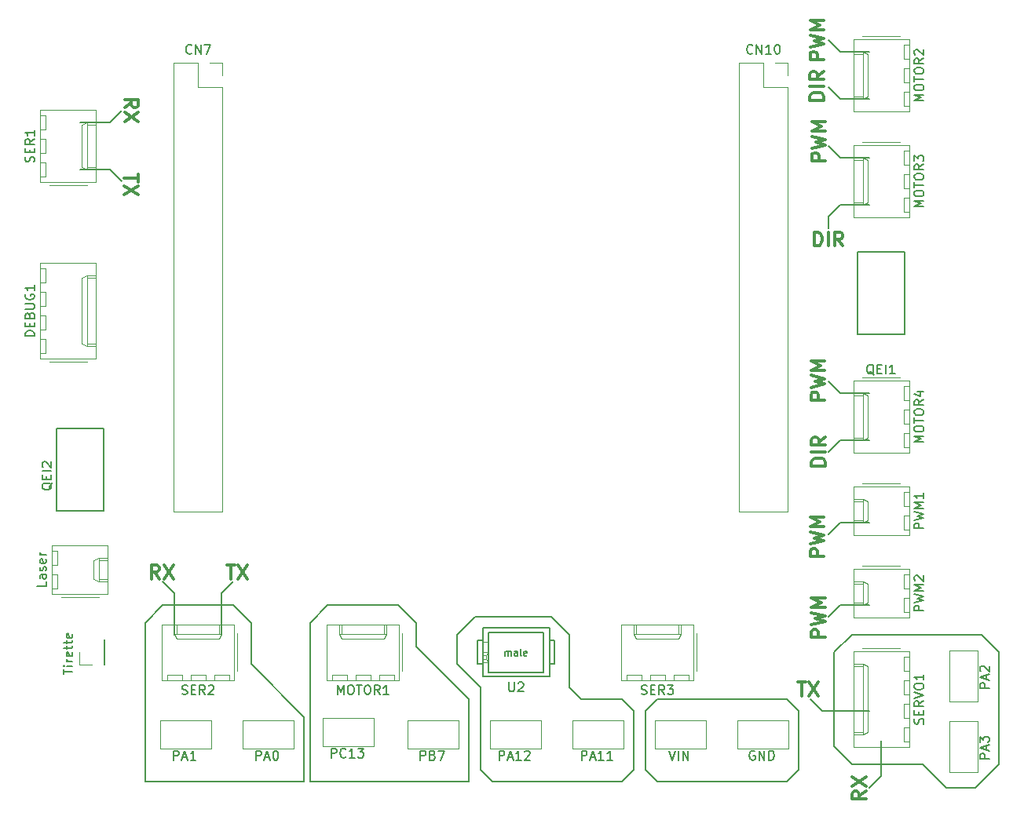
<source format=gto>
G04 #@! TF.GenerationSoftware,KiCad,Pcbnew,5.0.0-rc1-44a33f2~62~ubuntu16.04.1*
G04 #@! TF.CreationDate,2018-05-19T12:26:42+02:00*
G04 #@! TF.ProjectId,shield2018,736869656C64323031382E6B69636164,1.0*
G04 #@! TF.SameCoordinates,Original*
G04 #@! TF.FileFunction,Legend,Top*
G04 #@! TF.FilePolarity,Positive*
%FSLAX46Y46*%
G04 Gerber Fmt 4.6, Leading zero omitted, Abs format (unit mm)*
G04 Created by KiCad (PCBNEW 5.0.0-rc1-44a33f2~62~ubuntu16.04.1) date Sat May 19 12:26:42 2018*
%MOMM*%
%LPD*%
G01*
G04 APERTURE LIST*
%ADD10C,0.300000*%
%ADD11C,0.200000*%
%ADD12C,0.120000*%
%ADD13C,0.100000*%
%ADD14C,0.150000*%
%ADD15C,0.187500*%
G04 APERTURE END LIST*
D10*
X145128571Y-124680000D02*
X143628571Y-124680000D01*
X143628571Y-124322857D01*
X143700000Y-124108571D01*
X143842857Y-123965714D01*
X143985714Y-123894285D01*
X144271428Y-123822857D01*
X144485714Y-123822857D01*
X144771428Y-123894285D01*
X144914285Y-123965714D01*
X145057142Y-124108571D01*
X145128571Y-124322857D01*
X145128571Y-124680000D01*
X145128571Y-123180000D02*
X143628571Y-123180000D01*
X145128571Y-121608571D02*
X144414285Y-122108571D01*
X145128571Y-122465714D02*
X143628571Y-122465714D01*
X143628571Y-121894285D01*
X143700000Y-121751428D01*
X143771428Y-121680000D01*
X143914285Y-121608571D01*
X144128571Y-121608571D01*
X144271428Y-121680000D01*
X144342857Y-121751428D01*
X144414285Y-121894285D01*
X144414285Y-122465714D01*
X145068571Y-117567142D02*
X143568571Y-117567142D01*
X143568571Y-116995714D01*
X143640000Y-116852857D01*
X143711428Y-116781428D01*
X143854285Y-116710000D01*
X144068571Y-116710000D01*
X144211428Y-116781428D01*
X144282857Y-116852857D01*
X144354285Y-116995714D01*
X144354285Y-117567142D01*
X143568571Y-116210000D02*
X145068571Y-115852857D01*
X143997142Y-115567142D01*
X145068571Y-115281428D01*
X143568571Y-114924285D01*
X145068571Y-114352857D02*
X143568571Y-114352857D01*
X144640000Y-113852857D01*
X143568571Y-113352857D01*
X145068571Y-113352857D01*
D11*
X146685000Y-121920000D02*
X145415000Y-123190000D01*
X149860000Y-121920000D02*
X146685000Y-121920000D01*
X146685000Y-116840000D02*
X145415000Y-115570000D01*
X149860000Y-116840000D02*
X146685000Y-116840000D01*
X145415000Y-97790000D02*
X145415000Y-99060000D01*
D10*
X143925000Y-100953571D02*
X143925000Y-99453571D01*
X144282142Y-99453571D01*
X144496428Y-99525000D01*
X144639285Y-99667857D01*
X144710714Y-99810714D01*
X144782142Y-100096428D01*
X144782142Y-100310714D01*
X144710714Y-100596428D01*
X144639285Y-100739285D01*
X144496428Y-100882142D01*
X144282142Y-100953571D01*
X143925000Y-100953571D01*
X145425000Y-100953571D02*
X145425000Y-99453571D01*
X146996428Y-100953571D02*
X146496428Y-100239285D01*
X146139285Y-100953571D02*
X146139285Y-99453571D01*
X146710714Y-99453571D01*
X146853571Y-99525000D01*
X146925000Y-99596428D01*
X146996428Y-99739285D01*
X146996428Y-99953571D01*
X146925000Y-100096428D01*
X146853571Y-100167857D01*
X146710714Y-100239285D01*
X146139285Y-100239285D01*
X145138571Y-91757142D02*
X143638571Y-91757142D01*
X143638571Y-91185714D01*
X143710000Y-91042857D01*
X143781428Y-90971428D01*
X143924285Y-90900000D01*
X144138571Y-90900000D01*
X144281428Y-90971428D01*
X144352857Y-91042857D01*
X144424285Y-91185714D01*
X144424285Y-91757142D01*
X143638571Y-90400000D02*
X145138571Y-90042857D01*
X144067142Y-89757142D01*
X145138571Y-89471428D01*
X143638571Y-89114285D01*
X145138571Y-88542857D02*
X143638571Y-88542857D01*
X144710000Y-88042857D01*
X143638571Y-87542857D01*
X145138571Y-87542857D01*
D11*
X146685000Y-96520000D02*
X145415000Y-97790000D01*
X149860000Y-96520000D02*
X146685000Y-96520000D01*
X146685000Y-91440000D02*
X145415000Y-90170000D01*
X149860000Y-91440000D02*
X146685000Y-91440000D01*
D10*
X144948571Y-85225000D02*
X143448571Y-85225000D01*
X143448571Y-84867857D01*
X143520000Y-84653571D01*
X143662857Y-84510714D01*
X143805714Y-84439285D01*
X144091428Y-84367857D01*
X144305714Y-84367857D01*
X144591428Y-84439285D01*
X144734285Y-84510714D01*
X144877142Y-84653571D01*
X144948571Y-84867857D01*
X144948571Y-85225000D01*
X144948571Y-83725000D02*
X143448571Y-83725000D01*
X144948571Y-82153571D02*
X144234285Y-82653571D01*
X144948571Y-83010714D02*
X143448571Y-83010714D01*
X143448571Y-82439285D01*
X143520000Y-82296428D01*
X143591428Y-82225000D01*
X143734285Y-82153571D01*
X143948571Y-82153571D01*
X144091428Y-82225000D01*
X144162857Y-82296428D01*
X144234285Y-82439285D01*
X144234285Y-83010714D01*
X144968571Y-80837142D02*
X143468571Y-80837142D01*
X143468571Y-80265714D01*
X143540000Y-80122857D01*
X143611428Y-80051428D01*
X143754285Y-79980000D01*
X143968571Y-79980000D01*
X144111428Y-80051428D01*
X144182857Y-80122857D01*
X144254285Y-80265714D01*
X144254285Y-80837142D01*
X143468571Y-79480000D02*
X144968571Y-79122857D01*
X143897142Y-78837142D01*
X144968571Y-78551428D01*
X143468571Y-78194285D01*
X144968571Y-77622857D02*
X143468571Y-77622857D01*
X144540000Y-77122857D01*
X143468571Y-76622857D01*
X144968571Y-76622857D01*
D11*
X146685000Y-85090000D02*
X145415000Y-83820000D01*
X149860000Y-85090000D02*
X146685000Y-85090000D01*
X146685000Y-80010000D02*
X145415000Y-78740000D01*
X149860000Y-80010000D02*
X146685000Y-80010000D01*
D10*
X71011428Y-93237142D02*
X71011428Y-94094285D01*
X69511428Y-93665714D02*
X71011428Y-93665714D01*
X71011428Y-94451428D02*
X69511428Y-95451428D01*
X71011428Y-95451428D02*
X69511428Y-94451428D01*
X69561428Y-86000000D02*
X70275714Y-85500000D01*
X69561428Y-85142857D02*
X71061428Y-85142857D01*
X71061428Y-85714285D01*
X70990000Y-85857142D01*
X70918571Y-85928571D01*
X70775714Y-86000000D01*
X70561428Y-86000000D01*
X70418571Y-85928571D01*
X70347142Y-85857142D01*
X70275714Y-85714285D01*
X70275714Y-85142857D01*
X71061428Y-86500000D02*
X69561428Y-87500000D01*
X71061428Y-87500000D02*
X69561428Y-86500000D01*
D11*
X67945000Y-92710000D02*
X69215000Y-93980000D01*
X64770000Y-92710000D02*
X67945000Y-92710000D01*
X67945000Y-87630000D02*
X69215000Y-86360000D01*
X64770000Y-87630000D02*
X67945000Y-87630000D01*
D10*
X145078571Y-143177142D02*
X143578571Y-143177142D01*
X143578571Y-142605714D01*
X143650000Y-142462857D01*
X143721428Y-142391428D01*
X143864285Y-142320000D01*
X144078571Y-142320000D01*
X144221428Y-142391428D01*
X144292857Y-142462857D01*
X144364285Y-142605714D01*
X144364285Y-143177142D01*
X143578571Y-141820000D02*
X145078571Y-141462857D01*
X144007142Y-141177142D01*
X145078571Y-140891428D01*
X143578571Y-140534285D01*
X145078571Y-139962857D02*
X143578571Y-139962857D01*
X144650000Y-139462857D01*
X143578571Y-138962857D01*
X145078571Y-138962857D01*
D11*
X146685000Y-139700000D02*
X145415000Y-140970000D01*
X146685000Y-139700000D02*
X149860000Y-139700000D01*
D10*
X144978571Y-134467142D02*
X143478571Y-134467142D01*
X143478571Y-133895714D01*
X143550000Y-133752857D01*
X143621428Y-133681428D01*
X143764285Y-133610000D01*
X143978571Y-133610000D01*
X144121428Y-133681428D01*
X144192857Y-133752857D01*
X144264285Y-133895714D01*
X144264285Y-134467142D01*
X143478571Y-133110000D02*
X144978571Y-132752857D01*
X143907142Y-132467142D01*
X144978571Y-132181428D01*
X143478571Y-131824285D01*
X144978571Y-131252857D02*
X143478571Y-131252857D01*
X144550000Y-130752857D01*
X143478571Y-130252857D01*
X144978571Y-130252857D01*
D11*
X146685000Y-130810000D02*
X145415000Y-132080000D01*
X149860000Y-130810000D02*
X146685000Y-130810000D01*
D10*
X142137142Y-148028571D02*
X142994285Y-148028571D01*
X142565714Y-149528571D02*
X142565714Y-148028571D01*
X143351428Y-148028571D02*
X144351428Y-149528571D01*
X144351428Y-148028571D02*
X143351428Y-149528571D01*
X149478571Y-159780000D02*
X148764285Y-160280000D01*
X149478571Y-160637142D02*
X147978571Y-160637142D01*
X147978571Y-160065714D01*
X148050000Y-159922857D01*
X148121428Y-159851428D01*
X148264285Y-159780000D01*
X148478571Y-159780000D01*
X148621428Y-159851428D01*
X148692857Y-159922857D01*
X148764285Y-160065714D01*
X148764285Y-160637142D01*
X147978571Y-159280000D02*
X149478571Y-158280000D01*
X147978571Y-158280000D02*
X149478571Y-159280000D01*
D11*
X144780000Y-151130000D02*
X143510000Y-149860000D01*
X149860000Y-151130000D02*
X144780000Y-151130000D01*
X151130000Y-158115000D02*
X149860000Y-159385000D01*
X151130000Y-154305000D02*
X151130000Y-158115000D01*
D10*
X80597142Y-135368571D02*
X81454285Y-135368571D01*
X81025714Y-136868571D02*
X81025714Y-135368571D01*
X81811428Y-135368571D02*
X82811428Y-136868571D01*
X82811428Y-135368571D02*
X81811428Y-136868571D01*
D11*
X80010000Y-138430000D02*
X81280000Y-137160000D01*
X80010000Y-142875000D02*
X80010000Y-138430000D01*
D10*
X73330000Y-136868571D02*
X72830000Y-136154285D01*
X72472857Y-136868571D02*
X72472857Y-135368571D01*
X73044285Y-135368571D01*
X73187142Y-135440000D01*
X73258571Y-135511428D01*
X73330000Y-135654285D01*
X73330000Y-135868571D01*
X73258571Y-136011428D01*
X73187142Y-136082857D01*
X73044285Y-136154285D01*
X72472857Y-136154285D01*
X73830000Y-135368571D02*
X74830000Y-136868571D01*
X74830000Y-135368571D02*
X73830000Y-136868571D01*
D11*
X74930000Y-138430000D02*
X73660000Y-137160000D01*
X74930000Y-142875000D02*
X74930000Y-138430000D01*
X161925000Y-142875000D02*
X163830000Y-144780000D01*
X147955000Y-142875000D02*
X161925000Y-142875000D01*
X146050000Y-144780000D02*
X147955000Y-142875000D01*
X146050000Y-154940000D02*
X146050000Y-144780000D01*
X147955000Y-156845000D02*
X146050000Y-154940000D01*
X148590000Y-156845000D02*
X147955000Y-156845000D01*
X155575000Y-156845000D02*
X148590000Y-156845000D01*
X158115000Y-159385000D02*
X155575000Y-156845000D01*
X163830000Y-156845000D02*
X163830000Y-144780000D01*
X161290000Y-159385000D02*
X163830000Y-156845000D01*
X158115000Y-159385000D02*
X161290000Y-159385000D01*
X118745000Y-149860000D02*
X123190000Y-149860000D01*
X117475000Y-148590000D02*
X118745000Y-149860000D01*
X117475000Y-147955000D02*
X117475000Y-148590000D01*
X117475000Y-142875000D02*
X117475000Y-147955000D01*
X115570000Y-140970000D02*
X117475000Y-142875000D01*
X107315000Y-140970000D02*
X115570000Y-140970000D01*
X105410000Y-142875000D02*
X107315000Y-140970000D01*
X105410000Y-146050000D02*
X105410000Y-142875000D01*
X107950000Y-148590000D02*
X105410000Y-146050000D01*
X107950000Y-151130000D02*
X107950000Y-148590000D01*
X125730000Y-157480000D02*
X125730000Y-151130000D01*
X127000000Y-158750000D02*
X125730000Y-157480000D01*
X140970000Y-158750000D02*
X127000000Y-158750000D01*
X142240000Y-157480000D02*
X140970000Y-158750000D01*
X142240000Y-151130000D02*
X142240000Y-157480000D01*
X140970000Y-149860000D02*
X142240000Y-151130000D01*
X127000000Y-149860000D02*
X140970000Y-149860000D01*
X125730000Y-151130000D02*
X127000000Y-149860000D01*
X107950000Y-157480000D02*
X107950000Y-151130000D01*
X109220000Y-158750000D02*
X107950000Y-157480000D01*
X109855000Y-158750000D02*
X109220000Y-158750000D01*
X123190000Y-158750000D02*
X109855000Y-158750000D01*
X124460000Y-157480000D02*
X123190000Y-158750000D01*
X124460000Y-151130000D02*
X124460000Y-157480000D01*
X123190000Y-149860000D02*
X124460000Y-151130000D01*
X99060000Y-139700000D02*
X91440000Y-139700000D01*
X100965000Y-141605000D02*
X99060000Y-139700000D01*
X100965000Y-144145000D02*
X100965000Y-141605000D01*
X106680000Y-149860000D02*
X100965000Y-144145000D01*
X81280000Y-139700000D02*
X73660000Y-139700000D01*
X83185000Y-141605000D02*
X81280000Y-139700000D01*
X83185000Y-146050000D02*
X83185000Y-141605000D01*
X88900000Y-151765000D02*
X83185000Y-146050000D01*
X88900000Y-152400000D02*
X88900000Y-151765000D01*
X88900000Y-158750000D02*
X88900000Y-152400000D01*
X71755000Y-158750000D02*
X88900000Y-158750000D01*
X71755000Y-141605000D02*
X71755000Y-158750000D01*
X73660000Y-139700000D02*
X71755000Y-141605000D01*
X106680000Y-158750000D02*
X106680000Y-149860000D01*
X89535000Y-158750000D02*
X106680000Y-158750000D01*
X89535000Y-141605000D02*
X89535000Y-158750000D01*
X91440000Y-139700000D02*
X89535000Y-141605000D01*
D12*
X74870000Y-81220000D02*
X77470000Y-81220000D01*
X74870000Y-81220000D02*
X74870000Y-129600000D01*
X74870000Y-129600000D02*
X80070000Y-129600000D01*
X80070000Y-83820000D02*
X80070000Y-129600000D01*
X77470000Y-83820000D02*
X80070000Y-83820000D01*
X77470000Y-81220000D02*
X77470000Y-83820000D01*
X80070000Y-81220000D02*
X80070000Y-82550000D01*
X78740000Y-81220000D02*
X80070000Y-81220000D01*
X135830000Y-81220000D02*
X138430000Y-81220000D01*
X135830000Y-81220000D02*
X135830000Y-129600000D01*
X135830000Y-129600000D02*
X141030000Y-129600000D01*
X141030000Y-83820000D02*
X141030000Y-129600000D01*
X138430000Y-83820000D02*
X141030000Y-83820000D01*
X138430000Y-81220000D02*
X138430000Y-83820000D01*
X141030000Y-81220000D02*
X141030000Y-82550000D01*
X139700000Y-81220000D02*
X141030000Y-81220000D01*
X158520000Y-150090000D02*
X161520000Y-150090000D01*
X158520000Y-144590000D02*
X158520000Y-150090000D01*
X161520000Y-144590000D02*
X158520000Y-144590000D01*
X161520000Y-150090000D02*
X161520000Y-144590000D01*
X158520000Y-157710000D02*
X161520000Y-157710000D01*
X158520000Y-152210000D02*
X158520000Y-157710000D01*
X161520000Y-152210000D02*
X158520000Y-152210000D01*
X161520000Y-157710000D02*
X161520000Y-152210000D01*
X108990000Y-152170000D02*
X108990000Y-155170000D01*
X114490000Y-152170000D02*
X108990000Y-152170000D01*
X114490000Y-155170000D02*
X114490000Y-152170000D01*
X108990000Y-155170000D02*
X114490000Y-155170000D01*
X117880000Y-152170000D02*
X117880000Y-155170000D01*
X123380000Y-152170000D02*
X117880000Y-152170000D01*
X123380000Y-155170000D02*
X123380000Y-152170000D01*
X117880000Y-155170000D02*
X123380000Y-155170000D01*
X126770000Y-152170000D02*
X126770000Y-155170000D01*
X132270000Y-152170000D02*
X126770000Y-152170000D01*
X132270000Y-155170000D02*
X132270000Y-152170000D01*
X126770000Y-155170000D02*
X132270000Y-155170000D01*
X135660000Y-152170000D02*
X135660000Y-155170000D01*
X141160000Y-152170000D02*
X135660000Y-152170000D01*
X141160000Y-155170000D02*
X141160000Y-152170000D01*
X135660000Y-155170000D02*
X141160000Y-155170000D01*
D13*
X108520000Y-145080000D02*
X108160000Y-145080000D01*
X108520000Y-145580000D02*
X108160000Y-145580000D01*
X108820000Y-144780000D02*
X108520000Y-145080000D01*
X108520000Y-145080000D02*
X108520000Y-145580000D01*
X108820000Y-145880000D02*
X108520000Y-145580000D01*
X108820000Y-144780000D02*
X108160000Y-144780000D01*
X108820000Y-143680000D02*
X108160000Y-143680000D01*
X108820000Y-145880000D02*
X108160000Y-145880000D01*
D11*
X114700000Y-146940000D02*
X108820000Y-146940000D01*
X108820000Y-146940000D02*
X108820000Y-142620000D01*
X108820000Y-142620000D02*
X114700000Y-142620000D01*
X114700000Y-142620000D02*
X114700000Y-146940000D01*
X115360000Y-146080000D02*
X115910000Y-146080000D01*
X115910000Y-146080000D02*
X115910000Y-143480000D01*
X115910000Y-143480000D02*
X115360000Y-143480000D01*
X108160000Y-146080000D02*
X107610000Y-146080000D01*
X107610000Y-146080000D02*
X107610000Y-143480000D01*
X107610000Y-143480000D02*
X108160000Y-143480000D01*
X115360000Y-147380000D02*
X108160000Y-147380000D01*
X108160000Y-147380000D02*
X108160000Y-142180000D01*
X108160000Y-142180000D02*
X115360000Y-142180000D01*
X115360000Y-142180000D02*
X115360000Y-147380000D01*
D12*
X62340000Y-133820000D02*
X61740000Y-133820000D01*
X62340000Y-135420000D02*
X62340000Y-133820000D01*
X61740000Y-135420000D02*
X62340000Y-135420000D01*
X62340000Y-136360000D02*
X61740000Y-136360000D01*
X62340000Y-137960000D02*
X62340000Y-136360000D01*
X61740000Y-137960000D02*
X62340000Y-137960000D01*
X67760000Y-134870000D02*
X66760000Y-134870000D01*
X67760000Y-136910000D02*
X66760000Y-136910000D01*
X66230000Y-134870000D02*
X66760000Y-134620000D01*
X66230000Y-136910000D02*
X66230000Y-134870000D01*
X66760000Y-137160000D02*
X66230000Y-136910000D01*
X66760000Y-134620000D02*
X67760000Y-134620000D01*
X66760000Y-137160000D02*
X66760000Y-134620000D01*
X67760000Y-137160000D02*
X66760000Y-137160000D01*
X62770000Y-138830000D02*
X66770000Y-138830000D01*
X61740000Y-133240000D02*
X61740000Y-138540000D01*
X67760000Y-133240000D02*
X61740000Y-133240000D01*
X67760000Y-138540000D02*
X67760000Y-133240000D01*
X61740000Y-138540000D02*
X67760000Y-138540000D01*
X91910000Y-147210000D02*
X91910000Y-147810000D01*
X93510000Y-147210000D02*
X91910000Y-147210000D01*
X93510000Y-147810000D02*
X93510000Y-147210000D01*
X94450000Y-147210000D02*
X94450000Y-147810000D01*
X96050000Y-147210000D02*
X94450000Y-147210000D01*
X96050000Y-147810000D02*
X96050000Y-147210000D01*
X96990000Y-147210000D02*
X96990000Y-147810000D01*
X98590000Y-147210000D02*
X96990000Y-147210000D01*
X98590000Y-147810000D02*
X98590000Y-147210000D01*
X92960000Y-141790000D02*
X92960000Y-142790000D01*
X97540000Y-141790000D02*
X97540000Y-142790000D01*
X92960000Y-143320000D02*
X92710000Y-142790000D01*
X97540000Y-143320000D02*
X92960000Y-143320000D01*
X97790000Y-142790000D02*
X97540000Y-143320000D01*
X92710000Y-142790000D02*
X92710000Y-141790000D01*
X97790000Y-142790000D02*
X92710000Y-142790000D01*
X97790000Y-141790000D02*
X97790000Y-142790000D01*
X99460000Y-146780000D02*
X99460000Y-142780000D01*
X91330000Y-147810000D02*
X99170000Y-147810000D01*
X91330000Y-141790000D02*
X91330000Y-147810000D01*
X99170000Y-141790000D02*
X91330000Y-141790000D01*
X99170000Y-147810000D02*
X99170000Y-141790000D01*
X153560000Y-85890000D02*
X154160000Y-85890000D01*
X153560000Y-84290000D02*
X153560000Y-85890000D01*
X154160000Y-84290000D02*
X153560000Y-84290000D01*
X153560000Y-83350000D02*
X154160000Y-83350000D01*
X153560000Y-81750000D02*
X153560000Y-83350000D01*
X154160000Y-81750000D02*
X153560000Y-81750000D01*
X153560000Y-80810000D02*
X154160000Y-80810000D01*
X153560000Y-79210000D02*
X153560000Y-80810000D01*
X154160000Y-79210000D02*
X153560000Y-79210000D01*
X148140000Y-84840000D02*
X149140000Y-84840000D01*
X148140000Y-80260000D02*
X149140000Y-80260000D01*
X149670000Y-84840000D02*
X149140000Y-85090000D01*
X149670000Y-80260000D02*
X149670000Y-84840000D01*
X149140000Y-80010000D02*
X149670000Y-80260000D01*
X149140000Y-85090000D02*
X148140000Y-85090000D01*
X149140000Y-80010000D02*
X149140000Y-85090000D01*
X148140000Y-80010000D02*
X149140000Y-80010000D01*
X153130000Y-78340000D02*
X149130000Y-78340000D01*
X154160000Y-86470000D02*
X154160000Y-78630000D01*
X148140000Y-86470000D02*
X154160000Y-86470000D01*
X148140000Y-78630000D02*
X148140000Y-86470000D01*
X154160000Y-78630000D02*
X148140000Y-78630000D01*
X153560000Y-97320000D02*
X154160000Y-97320000D01*
X153560000Y-95720000D02*
X153560000Y-97320000D01*
X154160000Y-95720000D02*
X153560000Y-95720000D01*
X153560000Y-94780000D02*
X154160000Y-94780000D01*
X153560000Y-93180000D02*
X153560000Y-94780000D01*
X154160000Y-93180000D02*
X153560000Y-93180000D01*
X153560000Y-92240000D02*
X154160000Y-92240000D01*
X153560000Y-90640000D02*
X153560000Y-92240000D01*
X154160000Y-90640000D02*
X153560000Y-90640000D01*
X148140000Y-96270000D02*
X149140000Y-96270000D01*
X148140000Y-91690000D02*
X149140000Y-91690000D01*
X149670000Y-96270000D02*
X149140000Y-96520000D01*
X149670000Y-91690000D02*
X149670000Y-96270000D01*
X149140000Y-91440000D02*
X149670000Y-91690000D01*
X149140000Y-96520000D02*
X148140000Y-96520000D01*
X149140000Y-91440000D02*
X149140000Y-96520000D01*
X148140000Y-91440000D02*
X149140000Y-91440000D01*
X153130000Y-89770000D02*
X149130000Y-89770000D01*
X154160000Y-97900000D02*
X154160000Y-90060000D01*
X148140000Y-97900000D02*
X154160000Y-97900000D01*
X148140000Y-90060000D02*
X148140000Y-97900000D01*
X154160000Y-90060000D02*
X148140000Y-90060000D01*
X153560000Y-122720000D02*
X154160000Y-122720000D01*
X153560000Y-121120000D02*
X153560000Y-122720000D01*
X154160000Y-121120000D02*
X153560000Y-121120000D01*
X153560000Y-120180000D02*
X154160000Y-120180000D01*
X153560000Y-118580000D02*
X153560000Y-120180000D01*
X154160000Y-118580000D02*
X153560000Y-118580000D01*
X153560000Y-117640000D02*
X154160000Y-117640000D01*
X153560000Y-116040000D02*
X153560000Y-117640000D01*
X154160000Y-116040000D02*
X153560000Y-116040000D01*
X148140000Y-121670000D02*
X149140000Y-121670000D01*
X148140000Y-117090000D02*
X149140000Y-117090000D01*
X149670000Y-121670000D02*
X149140000Y-121920000D01*
X149670000Y-117090000D02*
X149670000Y-121670000D01*
X149140000Y-116840000D02*
X149670000Y-117090000D01*
X149140000Y-121920000D02*
X148140000Y-121920000D01*
X149140000Y-116840000D02*
X149140000Y-121920000D01*
X148140000Y-116840000D02*
X149140000Y-116840000D01*
X153130000Y-115170000D02*
X149130000Y-115170000D01*
X154160000Y-123300000D02*
X154160000Y-115460000D01*
X148140000Y-123300000D02*
X154160000Y-123300000D01*
X148140000Y-115460000D02*
X148140000Y-123300000D01*
X154160000Y-115460000D02*
X148140000Y-115460000D01*
X73430000Y-152170000D02*
X73430000Y-155170000D01*
X78930000Y-152170000D02*
X73430000Y-152170000D01*
X78930000Y-155170000D02*
X78930000Y-152170000D01*
X73430000Y-155170000D02*
X78930000Y-155170000D01*
X82320000Y-152170000D02*
X82320000Y-155170000D01*
X87820000Y-152170000D02*
X82320000Y-152170000D01*
X87820000Y-155170000D02*
X87820000Y-152170000D01*
X82320000Y-155170000D02*
X87820000Y-155170000D01*
X100100000Y-152170000D02*
X100100000Y-155170000D01*
X105600000Y-152170000D02*
X100100000Y-152170000D01*
X105600000Y-155170000D02*
X105600000Y-152170000D01*
X100100000Y-155170000D02*
X105600000Y-155170000D01*
X90956000Y-151916000D02*
X90956000Y-154916000D01*
X96456000Y-151916000D02*
X90956000Y-151916000D01*
X96456000Y-154916000D02*
X96456000Y-151916000D01*
X90956000Y-154916000D02*
X96456000Y-154916000D01*
X153560000Y-140500000D02*
X154160000Y-140500000D01*
X153560000Y-138900000D02*
X153560000Y-140500000D01*
X154160000Y-138900000D02*
X153560000Y-138900000D01*
X153560000Y-137960000D02*
X154160000Y-137960000D01*
X153560000Y-136360000D02*
X153560000Y-137960000D01*
X154160000Y-136360000D02*
X153560000Y-136360000D01*
X148140000Y-139450000D02*
X149140000Y-139450000D01*
X148140000Y-137410000D02*
X149140000Y-137410000D01*
X149670000Y-139450000D02*
X149140000Y-139700000D01*
X149670000Y-137410000D02*
X149670000Y-139450000D01*
X149140000Y-137160000D02*
X149670000Y-137410000D01*
X149140000Y-139700000D02*
X148140000Y-139700000D01*
X149140000Y-137160000D02*
X149140000Y-139700000D01*
X148140000Y-137160000D02*
X149140000Y-137160000D01*
X153130000Y-135490000D02*
X149130000Y-135490000D01*
X154160000Y-141080000D02*
X154160000Y-135780000D01*
X148140000Y-141080000D02*
X154160000Y-141080000D01*
X148140000Y-135780000D02*
X148140000Y-141080000D01*
X154160000Y-135780000D02*
X148140000Y-135780000D01*
X153560000Y-131610000D02*
X154160000Y-131610000D01*
X153560000Y-130010000D02*
X153560000Y-131610000D01*
X154160000Y-130010000D02*
X153560000Y-130010000D01*
X153560000Y-129070000D02*
X154160000Y-129070000D01*
X153560000Y-127470000D02*
X153560000Y-129070000D01*
X154160000Y-127470000D02*
X153560000Y-127470000D01*
X148140000Y-130560000D02*
X149140000Y-130560000D01*
X148140000Y-128520000D02*
X149140000Y-128520000D01*
X149670000Y-130560000D02*
X149140000Y-130810000D01*
X149670000Y-128520000D02*
X149670000Y-130560000D01*
X149140000Y-128270000D02*
X149670000Y-128520000D01*
X149140000Y-130810000D02*
X148140000Y-130810000D01*
X149140000Y-128270000D02*
X149140000Y-130810000D01*
X148140000Y-128270000D02*
X149140000Y-128270000D01*
X153130000Y-126600000D02*
X149130000Y-126600000D01*
X154160000Y-132190000D02*
X154160000Y-126890000D01*
X148140000Y-132190000D02*
X154160000Y-132190000D01*
X148140000Y-126890000D02*
X148140000Y-132190000D01*
X154160000Y-126890000D02*
X148140000Y-126890000D01*
X123660000Y-147210000D02*
X123660000Y-147810000D01*
X125260000Y-147210000D02*
X123660000Y-147210000D01*
X125260000Y-147810000D02*
X125260000Y-147210000D01*
X126200000Y-147210000D02*
X126200000Y-147810000D01*
X127800000Y-147210000D02*
X126200000Y-147210000D01*
X127800000Y-147810000D02*
X127800000Y-147210000D01*
X128740000Y-147210000D02*
X128740000Y-147810000D01*
X130340000Y-147210000D02*
X128740000Y-147210000D01*
X130340000Y-147810000D02*
X130340000Y-147210000D01*
X124710000Y-141790000D02*
X124710000Y-142790000D01*
X129290000Y-141790000D02*
X129290000Y-142790000D01*
X124710000Y-143320000D02*
X124460000Y-142790000D01*
X129290000Y-143320000D02*
X124710000Y-143320000D01*
X129540000Y-142790000D02*
X129290000Y-143320000D01*
X124460000Y-142790000D02*
X124460000Y-141790000D01*
X129540000Y-142790000D02*
X124460000Y-142790000D01*
X129540000Y-141790000D02*
X129540000Y-142790000D01*
X131210000Y-146780000D02*
X131210000Y-142780000D01*
X123080000Y-147810000D02*
X130920000Y-147810000D01*
X123080000Y-141790000D02*
X123080000Y-147810000D01*
X130920000Y-141790000D02*
X123080000Y-141790000D01*
X130920000Y-147810000D02*
X130920000Y-141790000D01*
X74130000Y-147210000D02*
X74130000Y-147810000D01*
X75730000Y-147210000D02*
X74130000Y-147210000D01*
X75730000Y-147810000D02*
X75730000Y-147210000D01*
X76670000Y-147210000D02*
X76670000Y-147810000D01*
X78270000Y-147210000D02*
X76670000Y-147210000D01*
X78270000Y-147810000D02*
X78270000Y-147210000D01*
X79210000Y-147210000D02*
X79210000Y-147810000D01*
X80810000Y-147210000D02*
X79210000Y-147210000D01*
X80810000Y-147810000D02*
X80810000Y-147210000D01*
X75180000Y-141790000D02*
X75180000Y-142790000D01*
X79760000Y-141790000D02*
X79760000Y-142790000D01*
X75180000Y-143320000D02*
X74930000Y-142790000D01*
X79760000Y-143320000D02*
X75180000Y-143320000D01*
X80010000Y-142790000D02*
X79760000Y-143320000D01*
X74930000Y-142790000D02*
X74930000Y-141790000D01*
X80010000Y-142790000D02*
X74930000Y-142790000D01*
X80010000Y-141790000D02*
X80010000Y-142790000D01*
X81680000Y-146780000D02*
X81680000Y-142780000D01*
X73550000Y-147810000D02*
X81390000Y-147810000D01*
X73550000Y-141790000D02*
X73550000Y-147810000D01*
X81390000Y-141790000D02*
X73550000Y-141790000D01*
X81390000Y-147810000D02*
X81390000Y-141790000D01*
X61070000Y-86830000D02*
X60470000Y-86830000D01*
X61070000Y-88430000D02*
X61070000Y-86830000D01*
X60470000Y-88430000D02*
X61070000Y-88430000D01*
X61070000Y-89370000D02*
X60470000Y-89370000D01*
X61070000Y-90970000D02*
X61070000Y-89370000D01*
X60470000Y-90970000D02*
X61070000Y-90970000D01*
X61070000Y-91910000D02*
X60470000Y-91910000D01*
X61070000Y-93510000D02*
X61070000Y-91910000D01*
X60470000Y-93510000D02*
X61070000Y-93510000D01*
X66490000Y-87880000D02*
X65490000Y-87880000D01*
X66490000Y-92460000D02*
X65490000Y-92460000D01*
X64960000Y-87880000D02*
X65490000Y-87630000D01*
X64960000Y-92460000D02*
X64960000Y-87880000D01*
X65490000Y-92710000D02*
X64960000Y-92460000D01*
X65490000Y-87630000D02*
X66490000Y-87630000D01*
X65490000Y-92710000D02*
X65490000Y-87630000D01*
X66490000Y-92710000D02*
X65490000Y-92710000D01*
X61500000Y-94380000D02*
X65500000Y-94380000D01*
X60470000Y-86250000D02*
X60470000Y-94090000D01*
X66490000Y-86250000D02*
X60470000Y-86250000D01*
X66490000Y-94090000D02*
X66490000Y-86250000D01*
X60470000Y-94090000D02*
X66490000Y-94090000D01*
X153560000Y-154470000D02*
X154160000Y-154470000D01*
X153560000Y-152870000D02*
X153560000Y-154470000D01*
X154160000Y-152870000D02*
X153560000Y-152870000D01*
X153560000Y-151930000D02*
X154160000Y-151930000D01*
X153560000Y-150330000D02*
X153560000Y-151930000D01*
X154160000Y-150330000D02*
X153560000Y-150330000D01*
X153560000Y-149390000D02*
X154160000Y-149390000D01*
X153560000Y-147790000D02*
X153560000Y-149390000D01*
X154160000Y-147790000D02*
X153560000Y-147790000D01*
X153560000Y-146850000D02*
X154160000Y-146850000D01*
X153560000Y-145250000D02*
X153560000Y-146850000D01*
X154160000Y-145250000D02*
X153560000Y-145250000D01*
X148140000Y-153420000D02*
X149140000Y-153420000D01*
X148140000Y-146300000D02*
X149140000Y-146300000D01*
X149670000Y-153420000D02*
X149140000Y-153670000D01*
X149670000Y-146300000D02*
X149670000Y-153420000D01*
X149140000Y-146050000D02*
X149670000Y-146300000D01*
X149140000Y-153670000D02*
X148140000Y-153670000D01*
X149140000Y-146050000D02*
X149140000Y-153670000D01*
X148140000Y-146050000D02*
X149140000Y-146050000D01*
X153130000Y-144380000D02*
X149130000Y-144380000D01*
X154160000Y-155050000D02*
X154160000Y-144670000D01*
X148140000Y-155050000D02*
X154160000Y-155050000D01*
X148140000Y-144670000D02*
X148140000Y-155050000D01*
X154160000Y-144670000D02*
X148140000Y-144670000D01*
X61070000Y-103340000D02*
X60470000Y-103340000D01*
X61070000Y-104940000D02*
X61070000Y-103340000D01*
X60470000Y-104940000D02*
X61070000Y-104940000D01*
X61070000Y-105880000D02*
X60470000Y-105880000D01*
X61070000Y-107480000D02*
X61070000Y-105880000D01*
X60470000Y-107480000D02*
X61070000Y-107480000D01*
X61070000Y-108420000D02*
X60470000Y-108420000D01*
X61070000Y-110020000D02*
X61070000Y-108420000D01*
X60470000Y-110020000D02*
X61070000Y-110020000D01*
X61070000Y-110960000D02*
X60470000Y-110960000D01*
X61070000Y-112560000D02*
X61070000Y-110960000D01*
X60470000Y-112560000D02*
X61070000Y-112560000D01*
X66490000Y-104390000D02*
X65490000Y-104390000D01*
X66490000Y-111510000D02*
X65490000Y-111510000D01*
X64960000Y-104390000D02*
X65490000Y-104140000D01*
X64960000Y-111510000D02*
X64960000Y-104390000D01*
X65490000Y-111760000D02*
X64960000Y-111510000D01*
X65490000Y-104140000D02*
X66490000Y-104140000D01*
X65490000Y-111760000D02*
X65490000Y-104140000D01*
X66490000Y-111760000D02*
X65490000Y-111760000D01*
X61500000Y-113430000D02*
X65500000Y-113430000D01*
X60470000Y-102760000D02*
X60470000Y-113140000D01*
X66490000Y-102760000D02*
X60470000Y-102760000D01*
X66490000Y-113140000D02*
X66490000Y-102760000D01*
X60470000Y-113140000D02*
X66490000Y-113140000D01*
X64710000Y-146110000D02*
X64710000Y-144780000D01*
X66040000Y-146110000D02*
X64710000Y-146110000D01*
X67310000Y-146110000D02*
X67310000Y-143450000D01*
X67310000Y-143450000D02*
X67370000Y-143450000D01*
X67310000Y-146110000D02*
X67370000Y-146110000D01*
X67370000Y-146110000D02*
X67370000Y-143450000D01*
D14*
X62230000Y-120650000D02*
X62230000Y-129540000D01*
X67310000Y-120650000D02*
X62230000Y-120650000D01*
X67310000Y-129540000D02*
X67310000Y-120650000D01*
X62230000Y-129540000D02*
X67310000Y-129540000D01*
X153670000Y-110490000D02*
X153670000Y-101600000D01*
X148590000Y-110490000D02*
X153670000Y-110490000D01*
X148590000Y-101600000D02*
X148590000Y-110490000D01*
X153670000Y-101600000D02*
X148590000Y-101600000D01*
X76779523Y-80137142D02*
X76731904Y-80184761D01*
X76589047Y-80232380D01*
X76493809Y-80232380D01*
X76350952Y-80184761D01*
X76255714Y-80089523D01*
X76208095Y-79994285D01*
X76160476Y-79803809D01*
X76160476Y-79660952D01*
X76208095Y-79470476D01*
X76255714Y-79375238D01*
X76350952Y-79280000D01*
X76493809Y-79232380D01*
X76589047Y-79232380D01*
X76731904Y-79280000D01*
X76779523Y-79327619D01*
X77208095Y-80232380D02*
X77208095Y-79232380D01*
X77779523Y-80232380D01*
X77779523Y-79232380D01*
X78160476Y-79232380D02*
X78827142Y-79232380D01*
X78398571Y-80232380D01*
X137263333Y-80137142D02*
X137215714Y-80184761D01*
X137072857Y-80232380D01*
X136977619Y-80232380D01*
X136834761Y-80184761D01*
X136739523Y-80089523D01*
X136691904Y-79994285D01*
X136644285Y-79803809D01*
X136644285Y-79660952D01*
X136691904Y-79470476D01*
X136739523Y-79375238D01*
X136834761Y-79280000D01*
X136977619Y-79232380D01*
X137072857Y-79232380D01*
X137215714Y-79280000D01*
X137263333Y-79327619D01*
X137691904Y-80232380D02*
X137691904Y-79232380D01*
X138263333Y-80232380D01*
X138263333Y-79232380D01*
X139263333Y-80232380D02*
X138691904Y-80232380D01*
X138977619Y-80232380D02*
X138977619Y-79232380D01*
X138882380Y-79375238D01*
X138787142Y-79470476D01*
X138691904Y-79518095D01*
X139882380Y-79232380D02*
X139977619Y-79232380D01*
X140072857Y-79280000D01*
X140120476Y-79327619D01*
X140168095Y-79422857D01*
X140215714Y-79613333D01*
X140215714Y-79851428D01*
X140168095Y-80041904D01*
X140120476Y-80137142D01*
X140072857Y-80184761D01*
X139977619Y-80232380D01*
X139882380Y-80232380D01*
X139787142Y-80184761D01*
X139739523Y-80137142D01*
X139691904Y-80041904D01*
X139644285Y-79851428D01*
X139644285Y-79613333D01*
X139691904Y-79422857D01*
X139739523Y-79327619D01*
X139787142Y-79280000D01*
X139882380Y-79232380D01*
X162772380Y-148656666D02*
X161772380Y-148656666D01*
X161772380Y-148275714D01*
X161820000Y-148180476D01*
X161867619Y-148132857D01*
X161962857Y-148085238D01*
X162105714Y-148085238D01*
X162200952Y-148132857D01*
X162248571Y-148180476D01*
X162296190Y-148275714D01*
X162296190Y-148656666D01*
X162486666Y-147704285D02*
X162486666Y-147228095D01*
X162772380Y-147799523D02*
X161772380Y-147466190D01*
X162772380Y-147132857D01*
X161867619Y-146847142D02*
X161820000Y-146799523D01*
X161772380Y-146704285D01*
X161772380Y-146466190D01*
X161820000Y-146370952D01*
X161867619Y-146323333D01*
X161962857Y-146275714D01*
X162058095Y-146275714D01*
X162200952Y-146323333D01*
X162772380Y-146894761D01*
X162772380Y-146275714D01*
X162772380Y-156276666D02*
X161772380Y-156276666D01*
X161772380Y-155895714D01*
X161820000Y-155800476D01*
X161867619Y-155752857D01*
X161962857Y-155705238D01*
X162105714Y-155705238D01*
X162200952Y-155752857D01*
X162248571Y-155800476D01*
X162296190Y-155895714D01*
X162296190Y-156276666D01*
X162486666Y-155324285D02*
X162486666Y-154848095D01*
X162772380Y-155419523D02*
X161772380Y-155086190D01*
X162772380Y-154752857D01*
X161772380Y-154514761D02*
X161772380Y-153895714D01*
X162153333Y-154229047D01*
X162153333Y-154086190D01*
X162200952Y-153990952D01*
X162248571Y-153943333D01*
X162343809Y-153895714D01*
X162581904Y-153895714D01*
X162677142Y-153943333D01*
X162724761Y-153990952D01*
X162772380Y-154086190D01*
X162772380Y-154371904D01*
X162724761Y-154467142D01*
X162677142Y-154514761D01*
X109947142Y-156422380D02*
X109947142Y-155422380D01*
X110328095Y-155422380D01*
X110423333Y-155470000D01*
X110470952Y-155517619D01*
X110518571Y-155612857D01*
X110518571Y-155755714D01*
X110470952Y-155850952D01*
X110423333Y-155898571D01*
X110328095Y-155946190D01*
X109947142Y-155946190D01*
X110899523Y-156136666D02*
X111375714Y-156136666D01*
X110804285Y-156422380D02*
X111137619Y-155422380D01*
X111470952Y-156422380D01*
X112328095Y-156422380D02*
X111756666Y-156422380D01*
X112042380Y-156422380D02*
X112042380Y-155422380D01*
X111947142Y-155565238D01*
X111851904Y-155660476D01*
X111756666Y-155708095D01*
X112709047Y-155517619D02*
X112756666Y-155470000D01*
X112851904Y-155422380D01*
X113090000Y-155422380D01*
X113185238Y-155470000D01*
X113232857Y-155517619D01*
X113280476Y-155612857D01*
X113280476Y-155708095D01*
X113232857Y-155850952D01*
X112661428Y-156422380D01*
X113280476Y-156422380D01*
X118837142Y-156422380D02*
X118837142Y-155422380D01*
X119218095Y-155422380D01*
X119313333Y-155470000D01*
X119360952Y-155517619D01*
X119408571Y-155612857D01*
X119408571Y-155755714D01*
X119360952Y-155850952D01*
X119313333Y-155898571D01*
X119218095Y-155946190D01*
X118837142Y-155946190D01*
X119789523Y-156136666D02*
X120265714Y-156136666D01*
X119694285Y-156422380D02*
X120027619Y-155422380D01*
X120360952Y-156422380D01*
X121218095Y-156422380D02*
X120646666Y-156422380D01*
X120932380Y-156422380D02*
X120932380Y-155422380D01*
X120837142Y-155565238D01*
X120741904Y-155660476D01*
X120646666Y-155708095D01*
X122170476Y-156422380D02*
X121599047Y-156422380D01*
X121884761Y-156422380D02*
X121884761Y-155422380D01*
X121789523Y-155565238D01*
X121694285Y-155660476D01*
X121599047Y-155708095D01*
X128274761Y-155422380D02*
X128608095Y-156422380D01*
X128941428Y-155422380D01*
X129274761Y-156422380D02*
X129274761Y-155422380D01*
X129750952Y-156422380D02*
X129750952Y-155422380D01*
X130322380Y-156422380D01*
X130322380Y-155422380D01*
X137498095Y-155470000D02*
X137402857Y-155422380D01*
X137260000Y-155422380D01*
X137117142Y-155470000D01*
X137021904Y-155565238D01*
X136974285Y-155660476D01*
X136926666Y-155850952D01*
X136926666Y-155993809D01*
X136974285Y-156184285D01*
X137021904Y-156279523D01*
X137117142Y-156374761D01*
X137260000Y-156422380D01*
X137355238Y-156422380D01*
X137498095Y-156374761D01*
X137545714Y-156327142D01*
X137545714Y-155993809D01*
X137355238Y-155993809D01*
X137974285Y-156422380D02*
X137974285Y-155422380D01*
X138545714Y-156422380D01*
X138545714Y-155422380D01*
X139021904Y-156422380D02*
X139021904Y-155422380D01*
X139260000Y-155422380D01*
X139402857Y-155470000D01*
X139498095Y-155565238D01*
X139545714Y-155660476D01*
X139593333Y-155850952D01*
X139593333Y-155993809D01*
X139545714Y-156184285D01*
X139498095Y-156279523D01*
X139402857Y-156374761D01*
X139260000Y-156422380D01*
X139021904Y-156422380D01*
D11*
X110998095Y-148032380D02*
X110998095Y-148841904D01*
X111045714Y-148937142D01*
X111093333Y-148984761D01*
X111188571Y-149032380D01*
X111379047Y-149032380D01*
X111474285Y-148984761D01*
X111521904Y-148937142D01*
X111569523Y-148841904D01*
X111569523Y-148032380D01*
X111998095Y-148127619D02*
X112045714Y-148080000D01*
X112140952Y-148032380D01*
X112379047Y-148032380D01*
X112474285Y-148080000D01*
X112521904Y-148127619D01*
X112569523Y-148222857D01*
X112569523Y-148318095D01*
X112521904Y-148460952D01*
X111950476Y-149032380D01*
X112569523Y-149032380D01*
D15*
X110581428Y-145189285D02*
X110581428Y-144689285D01*
X110581428Y-144760714D02*
X110617142Y-144725000D01*
X110688571Y-144689285D01*
X110795714Y-144689285D01*
X110867142Y-144725000D01*
X110902857Y-144796428D01*
X110902857Y-145189285D01*
X110902857Y-144796428D02*
X110938571Y-144725000D01*
X111010000Y-144689285D01*
X111117142Y-144689285D01*
X111188571Y-144725000D01*
X111224285Y-144796428D01*
X111224285Y-145189285D01*
X111902857Y-145189285D02*
X111902857Y-144796428D01*
X111867142Y-144725000D01*
X111795714Y-144689285D01*
X111652857Y-144689285D01*
X111581428Y-144725000D01*
X111902857Y-145153571D02*
X111831428Y-145189285D01*
X111652857Y-145189285D01*
X111581428Y-145153571D01*
X111545714Y-145082142D01*
X111545714Y-145010714D01*
X111581428Y-144939285D01*
X111652857Y-144903571D01*
X111831428Y-144903571D01*
X111902857Y-144867857D01*
X112367142Y-145189285D02*
X112295714Y-145153571D01*
X112260000Y-145082142D01*
X112260000Y-144439285D01*
X112938571Y-145153571D02*
X112867142Y-145189285D01*
X112724285Y-145189285D01*
X112652857Y-145153571D01*
X112617142Y-145082142D01*
X112617142Y-144796428D01*
X112652857Y-144725000D01*
X112724285Y-144689285D01*
X112867142Y-144689285D01*
X112938571Y-144725000D01*
X112974285Y-144796428D01*
X112974285Y-144867857D01*
X112617142Y-144939285D01*
D14*
X61102380Y-137175714D02*
X61102380Y-137651904D01*
X60102380Y-137651904D01*
X61102380Y-136413809D02*
X60578571Y-136413809D01*
X60483333Y-136461428D01*
X60435714Y-136556666D01*
X60435714Y-136747142D01*
X60483333Y-136842380D01*
X61054761Y-136413809D02*
X61102380Y-136509047D01*
X61102380Y-136747142D01*
X61054761Y-136842380D01*
X60959523Y-136890000D01*
X60864285Y-136890000D01*
X60769047Y-136842380D01*
X60721428Y-136747142D01*
X60721428Y-136509047D01*
X60673809Y-136413809D01*
X61054761Y-135985238D02*
X61102380Y-135890000D01*
X61102380Y-135699523D01*
X61054761Y-135604285D01*
X60959523Y-135556666D01*
X60911904Y-135556666D01*
X60816666Y-135604285D01*
X60769047Y-135699523D01*
X60769047Y-135842380D01*
X60721428Y-135937619D01*
X60626190Y-135985238D01*
X60578571Y-135985238D01*
X60483333Y-135937619D01*
X60435714Y-135842380D01*
X60435714Y-135699523D01*
X60483333Y-135604285D01*
X61054761Y-134747142D02*
X61102380Y-134842380D01*
X61102380Y-135032857D01*
X61054761Y-135128095D01*
X60959523Y-135175714D01*
X60578571Y-135175714D01*
X60483333Y-135128095D01*
X60435714Y-135032857D01*
X60435714Y-134842380D01*
X60483333Y-134747142D01*
X60578571Y-134699523D01*
X60673809Y-134699523D01*
X60769047Y-135175714D01*
X61102380Y-134270952D02*
X60435714Y-134270952D01*
X60626190Y-134270952D02*
X60530952Y-134223333D01*
X60483333Y-134175714D01*
X60435714Y-134080476D01*
X60435714Y-133985238D01*
X92511904Y-149352380D02*
X92511904Y-148352380D01*
X92845238Y-149066666D01*
X93178571Y-148352380D01*
X93178571Y-149352380D01*
X93845238Y-148352380D02*
X94035714Y-148352380D01*
X94130952Y-148400000D01*
X94226190Y-148495238D01*
X94273809Y-148685714D01*
X94273809Y-149019047D01*
X94226190Y-149209523D01*
X94130952Y-149304761D01*
X94035714Y-149352380D01*
X93845238Y-149352380D01*
X93750000Y-149304761D01*
X93654761Y-149209523D01*
X93607142Y-149019047D01*
X93607142Y-148685714D01*
X93654761Y-148495238D01*
X93750000Y-148400000D01*
X93845238Y-148352380D01*
X94559523Y-148352380D02*
X95130952Y-148352380D01*
X94845238Y-149352380D02*
X94845238Y-148352380D01*
X95654761Y-148352380D02*
X95845238Y-148352380D01*
X95940476Y-148400000D01*
X96035714Y-148495238D01*
X96083333Y-148685714D01*
X96083333Y-149019047D01*
X96035714Y-149209523D01*
X95940476Y-149304761D01*
X95845238Y-149352380D01*
X95654761Y-149352380D01*
X95559523Y-149304761D01*
X95464285Y-149209523D01*
X95416666Y-149019047D01*
X95416666Y-148685714D01*
X95464285Y-148495238D01*
X95559523Y-148400000D01*
X95654761Y-148352380D01*
X97083333Y-149352380D02*
X96750000Y-148876190D01*
X96511904Y-149352380D02*
X96511904Y-148352380D01*
X96892857Y-148352380D01*
X96988095Y-148400000D01*
X97035714Y-148447619D01*
X97083333Y-148542857D01*
X97083333Y-148685714D01*
X97035714Y-148780952D01*
X96988095Y-148828571D01*
X96892857Y-148876190D01*
X96511904Y-148876190D01*
X98035714Y-149352380D02*
X97464285Y-149352380D01*
X97750000Y-149352380D02*
X97750000Y-148352380D01*
X97654761Y-148495238D01*
X97559523Y-148590476D01*
X97464285Y-148638095D01*
X155702380Y-85288095D02*
X154702380Y-85288095D01*
X155416666Y-84954761D01*
X154702380Y-84621428D01*
X155702380Y-84621428D01*
X154702380Y-83954761D02*
X154702380Y-83764285D01*
X154750000Y-83669047D01*
X154845238Y-83573809D01*
X155035714Y-83526190D01*
X155369047Y-83526190D01*
X155559523Y-83573809D01*
X155654761Y-83669047D01*
X155702380Y-83764285D01*
X155702380Y-83954761D01*
X155654761Y-84050000D01*
X155559523Y-84145238D01*
X155369047Y-84192857D01*
X155035714Y-84192857D01*
X154845238Y-84145238D01*
X154750000Y-84050000D01*
X154702380Y-83954761D01*
X154702380Y-83240476D02*
X154702380Y-82669047D01*
X155702380Y-82954761D02*
X154702380Y-82954761D01*
X154702380Y-82145238D02*
X154702380Y-81954761D01*
X154750000Y-81859523D01*
X154845238Y-81764285D01*
X155035714Y-81716666D01*
X155369047Y-81716666D01*
X155559523Y-81764285D01*
X155654761Y-81859523D01*
X155702380Y-81954761D01*
X155702380Y-82145238D01*
X155654761Y-82240476D01*
X155559523Y-82335714D01*
X155369047Y-82383333D01*
X155035714Y-82383333D01*
X154845238Y-82335714D01*
X154750000Y-82240476D01*
X154702380Y-82145238D01*
X155702380Y-80716666D02*
X155226190Y-81050000D01*
X155702380Y-81288095D02*
X154702380Y-81288095D01*
X154702380Y-80907142D01*
X154750000Y-80811904D01*
X154797619Y-80764285D01*
X154892857Y-80716666D01*
X155035714Y-80716666D01*
X155130952Y-80764285D01*
X155178571Y-80811904D01*
X155226190Y-80907142D01*
X155226190Y-81288095D01*
X154797619Y-80335714D02*
X154750000Y-80288095D01*
X154702380Y-80192857D01*
X154702380Y-79954761D01*
X154750000Y-79859523D01*
X154797619Y-79811904D01*
X154892857Y-79764285D01*
X154988095Y-79764285D01*
X155130952Y-79811904D01*
X155702380Y-80383333D01*
X155702380Y-79764285D01*
X155702380Y-96718095D02*
X154702380Y-96718095D01*
X155416666Y-96384761D01*
X154702380Y-96051428D01*
X155702380Y-96051428D01*
X154702380Y-95384761D02*
X154702380Y-95194285D01*
X154750000Y-95099047D01*
X154845238Y-95003809D01*
X155035714Y-94956190D01*
X155369047Y-94956190D01*
X155559523Y-95003809D01*
X155654761Y-95099047D01*
X155702380Y-95194285D01*
X155702380Y-95384761D01*
X155654761Y-95480000D01*
X155559523Y-95575238D01*
X155369047Y-95622857D01*
X155035714Y-95622857D01*
X154845238Y-95575238D01*
X154750000Y-95480000D01*
X154702380Y-95384761D01*
X154702380Y-94670476D02*
X154702380Y-94099047D01*
X155702380Y-94384761D02*
X154702380Y-94384761D01*
X154702380Y-93575238D02*
X154702380Y-93384761D01*
X154750000Y-93289523D01*
X154845238Y-93194285D01*
X155035714Y-93146666D01*
X155369047Y-93146666D01*
X155559523Y-93194285D01*
X155654761Y-93289523D01*
X155702380Y-93384761D01*
X155702380Y-93575238D01*
X155654761Y-93670476D01*
X155559523Y-93765714D01*
X155369047Y-93813333D01*
X155035714Y-93813333D01*
X154845238Y-93765714D01*
X154750000Y-93670476D01*
X154702380Y-93575238D01*
X155702380Y-92146666D02*
X155226190Y-92480000D01*
X155702380Y-92718095D02*
X154702380Y-92718095D01*
X154702380Y-92337142D01*
X154750000Y-92241904D01*
X154797619Y-92194285D01*
X154892857Y-92146666D01*
X155035714Y-92146666D01*
X155130952Y-92194285D01*
X155178571Y-92241904D01*
X155226190Y-92337142D01*
X155226190Y-92718095D01*
X154702380Y-91813333D02*
X154702380Y-91194285D01*
X155083333Y-91527619D01*
X155083333Y-91384761D01*
X155130952Y-91289523D01*
X155178571Y-91241904D01*
X155273809Y-91194285D01*
X155511904Y-91194285D01*
X155607142Y-91241904D01*
X155654761Y-91289523D01*
X155702380Y-91384761D01*
X155702380Y-91670476D01*
X155654761Y-91765714D01*
X155607142Y-91813333D01*
X155702380Y-122118095D02*
X154702380Y-122118095D01*
X155416666Y-121784761D01*
X154702380Y-121451428D01*
X155702380Y-121451428D01*
X154702380Y-120784761D02*
X154702380Y-120594285D01*
X154750000Y-120499047D01*
X154845238Y-120403809D01*
X155035714Y-120356190D01*
X155369047Y-120356190D01*
X155559523Y-120403809D01*
X155654761Y-120499047D01*
X155702380Y-120594285D01*
X155702380Y-120784761D01*
X155654761Y-120880000D01*
X155559523Y-120975238D01*
X155369047Y-121022857D01*
X155035714Y-121022857D01*
X154845238Y-120975238D01*
X154750000Y-120880000D01*
X154702380Y-120784761D01*
X154702380Y-120070476D02*
X154702380Y-119499047D01*
X155702380Y-119784761D02*
X154702380Y-119784761D01*
X154702380Y-118975238D02*
X154702380Y-118784761D01*
X154750000Y-118689523D01*
X154845238Y-118594285D01*
X155035714Y-118546666D01*
X155369047Y-118546666D01*
X155559523Y-118594285D01*
X155654761Y-118689523D01*
X155702380Y-118784761D01*
X155702380Y-118975238D01*
X155654761Y-119070476D01*
X155559523Y-119165714D01*
X155369047Y-119213333D01*
X155035714Y-119213333D01*
X154845238Y-119165714D01*
X154750000Y-119070476D01*
X154702380Y-118975238D01*
X155702380Y-117546666D02*
X155226190Y-117880000D01*
X155702380Y-118118095D02*
X154702380Y-118118095D01*
X154702380Y-117737142D01*
X154750000Y-117641904D01*
X154797619Y-117594285D01*
X154892857Y-117546666D01*
X155035714Y-117546666D01*
X155130952Y-117594285D01*
X155178571Y-117641904D01*
X155226190Y-117737142D01*
X155226190Y-118118095D01*
X155035714Y-116689523D02*
X155702380Y-116689523D01*
X154654761Y-116927619D02*
X155369047Y-117165714D01*
X155369047Y-116546666D01*
X74863333Y-156422380D02*
X74863333Y-155422380D01*
X75244285Y-155422380D01*
X75339523Y-155470000D01*
X75387142Y-155517619D01*
X75434761Y-155612857D01*
X75434761Y-155755714D01*
X75387142Y-155850952D01*
X75339523Y-155898571D01*
X75244285Y-155946190D01*
X74863333Y-155946190D01*
X75815714Y-156136666D02*
X76291904Y-156136666D01*
X75720476Y-156422380D02*
X76053809Y-155422380D01*
X76387142Y-156422380D01*
X77244285Y-156422380D02*
X76672857Y-156422380D01*
X76958571Y-156422380D02*
X76958571Y-155422380D01*
X76863333Y-155565238D01*
X76768095Y-155660476D01*
X76672857Y-155708095D01*
X83753333Y-156422380D02*
X83753333Y-155422380D01*
X84134285Y-155422380D01*
X84229523Y-155470000D01*
X84277142Y-155517619D01*
X84324761Y-155612857D01*
X84324761Y-155755714D01*
X84277142Y-155850952D01*
X84229523Y-155898571D01*
X84134285Y-155946190D01*
X83753333Y-155946190D01*
X84705714Y-156136666D02*
X85181904Y-156136666D01*
X84610476Y-156422380D02*
X84943809Y-155422380D01*
X85277142Y-156422380D01*
X85800952Y-155422380D02*
X85896190Y-155422380D01*
X85991428Y-155470000D01*
X86039047Y-155517619D01*
X86086666Y-155612857D01*
X86134285Y-155803333D01*
X86134285Y-156041428D01*
X86086666Y-156231904D01*
X86039047Y-156327142D01*
X85991428Y-156374761D01*
X85896190Y-156422380D01*
X85800952Y-156422380D01*
X85705714Y-156374761D01*
X85658095Y-156327142D01*
X85610476Y-156231904D01*
X85562857Y-156041428D01*
X85562857Y-155803333D01*
X85610476Y-155612857D01*
X85658095Y-155517619D01*
X85705714Y-155470000D01*
X85800952Y-155422380D01*
X101461904Y-156422380D02*
X101461904Y-155422380D01*
X101842857Y-155422380D01*
X101938095Y-155470000D01*
X101985714Y-155517619D01*
X102033333Y-155612857D01*
X102033333Y-155755714D01*
X101985714Y-155850952D01*
X101938095Y-155898571D01*
X101842857Y-155946190D01*
X101461904Y-155946190D01*
X102795238Y-155898571D02*
X102938095Y-155946190D01*
X102985714Y-155993809D01*
X103033333Y-156089047D01*
X103033333Y-156231904D01*
X102985714Y-156327142D01*
X102938095Y-156374761D01*
X102842857Y-156422380D01*
X102461904Y-156422380D01*
X102461904Y-155422380D01*
X102795238Y-155422380D01*
X102890476Y-155470000D01*
X102938095Y-155517619D01*
X102985714Y-155612857D01*
X102985714Y-155708095D01*
X102938095Y-155803333D01*
X102890476Y-155850952D01*
X102795238Y-155898571D01*
X102461904Y-155898571D01*
X103366666Y-155422380D02*
X104033333Y-155422380D01*
X103604761Y-156422380D01*
X91841714Y-156168380D02*
X91841714Y-155168380D01*
X92222666Y-155168380D01*
X92317904Y-155216000D01*
X92365523Y-155263619D01*
X92413142Y-155358857D01*
X92413142Y-155501714D01*
X92365523Y-155596952D01*
X92317904Y-155644571D01*
X92222666Y-155692190D01*
X91841714Y-155692190D01*
X93413142Y-156073142D02*
X93365523Y-156120761D01*
X93222666Y-156168380D01*
X93127428Y-156168380D01*
X92984571Y-156120761D01*
X92889333Y-156025523D01*
X92841714Y-155930285D01*
X92794095Y-155739809D01*
X92794095Y-155596952D01*
X92841714Y-155406476D01*
X92889333Y-155311238D01*
X92984571Y-155216000D01*
X93127428Y-155168380D01*
X93222666Y-155168380D01*
X93365523Y-155216000D01*
X93413142Y-155263619D01*
X94365523Y-156168380D02*
X93794095Y-156168380D01*
X94079809Y-156168380D02*
X94079809Y-155168380D01*
X93984571Y-155311238D01*
X93889333Y-155406476D01*
X93794095Y-155454095D01*
X94698857Y-155168380D02*
X95317904Y-155168380D01*
X94984571Y-155549333D01*
X95127428Y-155549333D01*
X95222666Y-155596952D01*
X95270285Y-155644571D01*
X95317904Y-155739809D01*
X95317904Y-155977904D01*
X95270285Y-156073142D01*
X95222666Y-156120761D01*
X95127428Y-156168380D01*
X94841714Y-156168380D01*
X94746476Y-156120761D01*
X94698857Y-156073142D01*
X155702380Y-140310952D02*
X154702380Y-140310952D01*
X154702380Y-139930000D01*
X154750000Y-139834761D01*
X154797619Y-139787142D01*
X154892857Y-139739523D01*
X155035714Y-139739523D01*
X155130952Y-139787142D01*
X155178571Y-139834761D01*
X155226190Y-139930000D01*
X155226190Y-140310952D01*
X154702380Y-139406190D02*
X155702380Y-139168095D01*
X154988095Y-138977619D01*
X155702380Y-138787142D01*
X154702380Y-138549047D01*
X155702380Y-138168095D02*
X154702380Y-138168095D01*
X155416666Y-137834761D01*
X154702380Y-137501428D01*
X155702380Y-137501428D01*
X154797619Y-137072857D02*
X154750000Y-137025238D01*
X154702380Y-136930000D01*
X154702380Y-136691904D01*
X154750000Y-136596666D01*
X154797619Y-136549047D01*
X154892857Y-136501428D01*
X154988095Y-136501428D01*
X155130952Y-136549047D01*
X155702380Y-137120476D01*
X155702380Y-136501428D01*
X155702380Y-131420952D02*
X154702380Y-131420952D01*
X154702380Y-131040000D01*
X154750000Y-130944761D01*
X154797619Y-130897142D01*
X154892857Y-130849523D01*
X155035714Y-130849523D01*
X155130952Y-130897142D01*
X155178571Y-130944761D01*
X155226190Y-131040000D01*
X155226190Y-131420952D01*
X154702380Y-130516190D02*
X155702380Y-130278095D01*
X154988095Y-130087619D01*
X155702380Y-129897142D01*
X154702380Y-129659047D01*
X155702380Y-129278095D02*
X154702380Y-129278095D01*
X155416666Y-128944761D01*
X154702380Y-128611428D01*
X155702380Y-128611428D01*
X155702380Y-127611428D02*
X155702380Y-128182857D01*
X155702380Y-127897142D02*
X154702380Y-127897142D01*
X154845238Y-127992380D01*
X154940476Y-128087619D01*
X154988095Y-128182857D01*
X125285714Y-149304761D02*
X125428571Y-149352380D01*
X125666666Y-149352380D01*
X125761904Y-149304761D01*
X125809523Y-149257142D01*
X125857142Y-149161904D01*
X125857142Y-149066666D01*
X125809523Y-148971428D01*
X125761904Y-148923809D01*
X125666666Y-148876190D01*
X125476190Y-148828571D01*
X125380952Y-148780952D01*
X125333333Y-148733333D01*
X125285714Y-148638095D01*
X125285714Y-148542857D01*
X125333333Y-148447619D01*
X125380952Y-148400000D01*
X125476190Y-148352380D01*
X125714285Y-148352380D01*
X125857142Y-148400000D01*
X126285714Y-148828571D02*
X126619047Y-148828571D01*
X126761904Y-149352380D02*
X126285714Y-149352380D01*
X126285714Y-148352380D01*
X126761904Y-148352380D01*
X127761904Y-149352380D02*
X127428571Y-148876190D01*
X127190476Y-149352380D02*
X127190476Y-148352380D01*
X127571428Y-148352380D01*
X127666666Y-148400000D01*
X127714285Y-148447619D01*
X127761904Y-148542857D01*
X127761904Y-148685714D01*
X127714285Y-148780952D01*
X127666666Y-148828571D01*
X127571428Y-148876190D01*
X127190476Y-148876190D01*
X128095238Y-148352380D02*
X128714285Y-148352380D01*
X128380952Y-148733333D01*
X128523809Y-148733333D01*
X128619047Y-148780952D01*
X128666666Y-148828571D01*
X128714285Y-148923809D01*
X128714285Y-149161904D01*
X128666666Y-149257142D01*
X128619047Y-149304761D01*
X128523809Y-149352380D01*
X128238095Y-149352380D01*
X128142857Y-149304761D01*
X128095238Y-149257142D01*
X75755714Y-149304761D02*
X75898571Y-149352380D01*
X76136666Y-149352380D01*
X76231904Y-149304761D01*
X76279523Y-149257142D01*
X76327142Y-149161904D01*
X76327142Y-149066666D01*
X76279523Y-148971428D01*
X76231904Y-148923809D01*
X76136666Y-148876190D01*
X75946190Y-148828571D01*
X75850952Y-148780952D01*
X75803333Y-148733333D01*
X75755714Y-148638095D01*
X75755714Y-148542857D01*
X75803333Y-148447619D01*
X75850952Y-148400000D01*
X75946190Y-148352380D01*
X76184285Y-148352380D01*
X76327142Y-148400000D01*
X76755714Y-148828571D02*
X77089047Y-148828571D01*
X77231904Y-149352380D02*
X76755714Y-149352380D01*
X76755714Y-148352380D01*
X77231904Y-148352380D01*
X78231904Y-149352380D02*
X77898571Y-148876190D01*
X77660476Y-149352380D02*
X77660476Y-148352380D01*
X78041428Y-148352380D01*
X78136666Y-148400000D01*
X78184285Y-148447619D01*
X78231904Y-148542857D01*
X78231904Y-148685714D01*
X78184285Y-148780952D01*
X78136666Y-148828571D01*
X78041428Y-148876190D01*
X77660476Y-148876190D01*
X78612857Y-148447619D02*
X78660476Y-148400000D01*
X78755714Y-148352380D01*
X78993809Y-148352380D01*
X79089047Y-148400000D01*
X79136666Y-148447619D01*
X79184285Y-148542857D01*
X79184285Y-148638095D01*
X79136666Y-148780952D01*
X78565238Y-149352380D01*
X79184285Y-149352380D01*
X59784761Y-91884285D02*
X59832380Y-91741428D01*
X59832380Y-91503333D01*
X59784761Y-91408095D01*
X59737142Y-91360476D01*
X59641904Y-91312857D01*
X59546666Y-91312857D01*
X59451428Y-91360476D01*
X59403809Y-91408095D01*
X59356190Y-91503333D01*
X59308571Y-91693809D01*
X59260952Y-91789047D01*
X59213333Y-91836666D01*
X59118095Y-91884285D01*
X59022857Y-91884285D01*
X58927619Y-91836666D01*
X58880000Y-91789047D01*
X58832380Y-91693809D01*
X58832380Y-91455714D01*
X58880000Y-91312857D01*
X59308571Y-90884285D02*
X59308571Y-90550952D01*
X59832380Y-90408095D02*
X59832380Y-90884285D01*
X58832380Y-90884285D01*
X58832380Y-90408095D01*
X59832380Y-89408095D02*
X59356190Y-89741428D01*
X59832380Y-89979523D02*
X58832380Y-89979523D01*
X58832380Y-89598571D01*
X58880000Y-89503333D01*
X58927619Y-89455714D01*
X59022857Y-89408095D01*
X59165714Y-89408095D01*
X59260952Y-89455714D01*
X59308571Y-89503333D01*
X59356190Y-89598571D01*
X59356190Y-89979523D01*
X59832380Y-88455714D02*
X59832380Y-89027142D01*
X59832380Y-88741428D02*
X58832380Y-88741428D01*
X58975238Y-88836666D01*
X59070476Y-88931904D01*
X59118095Y-89027142D01*
X155654761Y-152526666D02*
X155702380Y-152383809D01*
X155702380Y-152145714D01*
X155654761Y-152050476D01*
X155607142Y-152002857D01*
X155511904Y-151955238D01*
X155416666Y-151955238D01*
X155321428Y-152002857D01*
X155273809Y-152050476D01*
X155226190Y-152145714D01*
X155178571Y-152336190D01*
X155130952Y-152431428D01*
X155083333Y-152479047D01*
X154988095Y-152526666D01*
X154892857Y-152526666D01*
X154797619Y-152479047D01*
X154750000Y-152431428D01*
X154702380Y-152336190D01*
X154702380Y-152098095D01*
X154750000Y-151955238D01*
X155178571Y-151526666D02*
X155178571Y-151193333D01*
X155702380Y-151050476D02*
X155702380Y-151526666D01*
X154702380Y-151526666D01*
X154702380Y-151050476D01*
X155702380Y-150050476D02*
X155226190Y-150383809D01*
X155702380Y-150621904D02*
X154702380Y-150621904D01*
X154702380Y-150240952D01*
X154750000Y-150145714D01*
X154797619Y-150098095D01*
X154892857Y-150050476D01*
X155035714Y-150050476D01*
X155130952Y-150098095D01*
X155178571Y-150145714D01*
X155226190Y-150240952D01*
X155226190Y-150621904D01*
X154702380Y-149764761D02*
X155702380Y-149431428D01*
X154702380Y-149098095D01*
X154702380Y-148574285D02*
X154702380Y-148383809D01*
X154750000Y-148288571D01*
X154845238Y-148193333D01*
X155035714Y-148145714D01*
X155369047Y-148145714D01*
X155559523Y-148193333D01*
X155654761Y-148288571D01*
X155702380Y-148383809D01*
X155702380Y-148574285D01*
X155654761Y-148669523D01*
X155559523Y-148764761D01*
X155369047Y-148812380D01*
X155035714Y-148812380D01*
X154845238Y-148764761D01*
X154750000Y-148669523D01*
X154702380Y-148574285D01*
X155702380Y-147193333D02*
X155702380Y-147764761D01*
X155702380Y-147479047D02*
X154702380Y-147479047D01*
X154845238Y-147574285D01*
X154940476Y-147669523D01*
X154988095Y-147764761D01*
X59832380Y-110664285D02*
X58832380Y-110664285D01*
X58832380Y-110426190D01*
X58880000Y-110283333D01*
X58975238Y-110188095D01*
X59070476Y-110140476D01*
X59260952Y-110092857D01*
X59403809Y-110092857D01*
X59594285Y-110140476D01*
X59689523Y-110188095D01*
X59784761Y-110283333D01*
X59832380Y-110426190D01*
X59832380Y-110664285D01*
X59308571Y-109664285D02*
X59308571Y-109330952D01*
X59832380Y-109188095D02*
X59832380Y-109664285D01*
X58832380Y-109664285D01*
X58832380Y-109188095D01*
X59308571Y-108426190D02*
X59356190Y-108283333D01*
X59403809Y-108235714D01*
X59499047Y-108188095D01*
X59641904Y-108188095D01*
X59737142Y-108235714D01*
X59784761Y-108283333D01*
X59832380Y-108378571D01*
X59832380Y-108759523D01*
X58832380Y-108759523D01*
X58832380Y-108426190D01*
X58880000Y-108330952D01*
X58927619Y-108283333D01*
X59022857Y-108235714D01*
X59118095Y-108235714D01*
X59213333Y-108283333D01*
X59260952Y-108330952D01*
X59308571Y-108426190D01*
X59308571Y-108759523D01*
X58832380Y-107759523D02*
X59641904Y-107759523D01*
X59737142Y-107711904D01*
X59784761Y-107664285D01*
X59832380Y-107569047D01*
X59832380Y-107378571D01*
X59784761Y-107283333D01*
X59737142Y-107235714D01*
X59641904Y-107188095D01*
X58832380Y-107188095D01*
X58880000Y-106188095D02*
X58832380Y-106283333D01*
X58832380Y-106426190D01*
X58880000Y-106569047D01*
X58975238Y-106664285D01*
X59070476Y-106711904D01*
X59260952Y-106759523D01*
X59403809Y-106759523D01*
X59594285Y-106711904D01*
X59689523Y-106664285D01*
X59784761Y-106569047D01*
X59832380Y-106426190D01*
X59832380Y-106330952D01*
X59784761Y-106188095D01*
X59737142Y-106140476D01*
X59403809Y-106140476D01*
X59403809Y-106330952D01*
X59832380Y-105188095D02*
X59832380Y-105759523D01*
X59832380Y-105473809D02*
X58832380Y-105473809D01*
X58975238Y-105569047D01*
X59070476Y-105664285D01*
X59118095Y-105759523D01*
X62952380Y-147168904D02*
X62952380Y-146597476D01*
X63952380Y-146883190D02*
X62952380Y-146883190D01*
X63952380Y-146264142D02*
X63285714Y-146264142D01*
X62952380Y-146264142D02*
X63000000Y-146311761D01*
X63047619Y-146264142D01*
X63000000Y-146216523D01*
X62952380Y-146264142D01*
X63047619Y-146264142D01*
X63952380Y-145787952D02*
X63285714Y-145787952D01*
X63476190Y-145787952D02*
X63380952Y-145740333D01*
X63333333Y-145692714D01*
X63285714Y-145597476D01*
X63285714Y-145502238D01*
X63904761Y-144787952D02*
X63952380Y-144883190D01*
X63952380Y-145073666D01*
X63904761Y-145168904D01*
X63809523Y-145216523D01*
X63428571Y-145216523D01*
X63333333Y-145168904D01*
X63285714Y-145073666D01*
X63285714Y-144883190D01*
X63333333Y-144787952D01*
X63428571Y-144740333D01*
X63523809Y-144740333D01*
X63619047Y-145216523D01*
X63285714Y-144454619D02*
X63285714Y-144073666D01*
X62952380Y-144311761D02*
X63809523Y-144311761D01*
X63904761Y-144264142D01*
X63952380Y-144168904D01*
X63952380Y-144073666D01*
X63285714Y-143883190D02*
X63285714Y-143502238D01*
X62952380Y-143740333D02*
X63809523Y-143740333D01*
X63904761Y-143692714D01*
X63952380Y-143597476D01*
X63952380Y-143502238D01*
X63904761Y-142787952D02*
X63952380Y-142883190D01*
X63952380Y-143073666D01*
X63904761Y-143168904D01*
X63809523Y-143216523D01*
X63428571Y-143216523D01*
X63333333Y-143168904D01*
X63285714Y-143073666D01*
X63285714Y-142883190D01*
X63333333Y-142787952D01*
X63428571Y-142740333D01*
X63523809Y-142740333D01*
X63619047Y-143216523D01*
X61761619Y-126515714D02*
X61714000Y-126610952D01*
X61618761Y-126706190D01*
X61475904Y-126849047D01*
X61428285Y-126944285D01*
X61428285Y-127039523D01*
X61666380Y-126991904D02*
X61618761Y-127087142D01*
X61523523Y-127182380D01*
X61333047Y-127230000D01*
X60999714Y-127230000D01*
X60809238Y-127182380D01*
X60714000Y-127087142D01*
X60666380Y-126991904D01*
X60666380Y-126801428D01*
X60714000Y-126706190D01*
X60809238Y-126610952D01*
X60999714Y-126563333D01*
X61333047Y-126563333D01*
X61523523Y-126610952D01*
X61618761Y-126706190D01*
X61666380Y-126801428D01*
X61666380Y-126991904D01*
X61142571Y-126134761D02*
X61142571Y-125801428D01*
X61666380Y-125658571D02*
X61666380Y-126134761D01*
X60666380Y-126134761D01*
X60666380Y-125658571D01*
X61666380Y-125230000D02*
X60666380Y-125230000D01*
X60761619Y-124801428D02*
X60714000Y-124753809D01*
X60666380Y-124658571D01*
X60666380Y-124420476D01*
X60714000Y-124325238D01*
X60761619Y-124277619D01*
X60856857Y-124230000D01*
X60952095Y-124230000D01*
X61094952Y-124277619D01*
X61666380Y-124849047D01*
X61666380Y-124230000D01*
X150344285Y-114847619D02*
X150249047Y-114800000D01*
X150153809Y-114704761D01*
X150010952Y-114561904D01*
X149915714Y-114514285D01*
X149820476Y-114514285D01*
X149868095Y-114752380D02*
X149772857Y-114704761D01*
X149677619Y-114609523D01*
X149630000Y-114419047D01*
X149630000Y-114085714D01*
X149677619Y-113895238D01*
X149772857Y-113800000D01*
X149868095Y-113752380D01*
X150058571Y-113752380D01*
X150153809Y-113800000D01*
X150249047Y-113895238D01*
X150296666Y-114085714D01*
X150296666Y-114419047D01*
X150249047Y-114609523D01*
X150153809Y-114704761D01*
X150058571Y-114752380D01*
X149868095Y-114752380D01*
X150725238Y-114228571D02*
X151058571Y-114228571D01*
X151201428Y-114752380D02*
X150725238Y-114752380D01*
X150725238Y-113752380D01*
X151201428Y-113752380D01*
X151630000Y-114752380D02*
X151630000Y-113752380D01*
X152630000Y-114752380D02*
X152058571Y-114752380D01*
X152344285Y-114752380D02*
X152344285Y-113752380D01*
X152249047Y-113895238D01*
X152153809Y-113990476D01*
X152058571Y-114038095D01*
M02*

</source>
